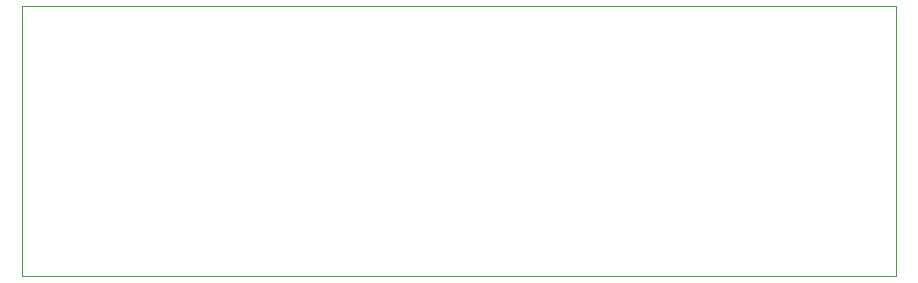
<source format=gbp>
G75*
%MOIN*%
%OFA0B0*%
%FSLAX25Y25*%
%IPPOS*%
%LPD*%
%AMOC8*
5,1,8,0,0,1.08239X$1,22.5*
%
%ADD10C,0.00000*%
D10*
X0001000Y0001250D02*
X0001000Y0091211D01*
X0292339Y0091211D01*
X0292339Y0001250D01*
X0001000Y0001250D01*
M02*

</source>
